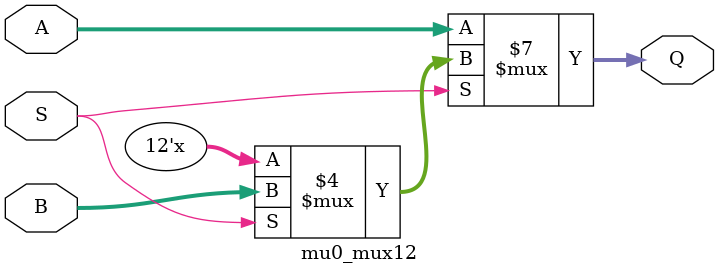
<source format=v>

`timescale 1ns/100ps

// for simulation purposes, do not delete
`default_nettype none


module mu0_mux12(input  wire [11:0] A, 
	             input  wire [11:0] B, 
			     input  wire        S, 
			     output reg  [11:0] Q);


// Combinatorial logic for 2to1 multiplexor
// S is select, A channel0, B channel1


always @(A, B, S)
   begin
    if (S == 0)
        Q <= A;
    else if (S == 1)
        Q <= B;
   end


endmodule 

// for simulation purposes, do not delete
`default_nettype wire

</source>
